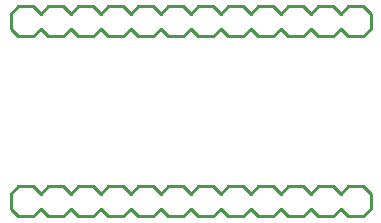
<source format=gbo>
G04 Layer: BottomSilkscreenLayer*
G04 EasyEDA v6.5.44, 2024-08-12 22:27:17*
G04 a969c8272e934fc59d291ef219c4aee1,8459dde1cedc4d0a992e2e80de75b1a7,10*
G04 Gerber Generator version 0.2*
G04 Scale: 100 percent, Rotated: No, Reflected: No *
G04 Dimensions in millimeters *
G04 leading zeros omitted , absolute positions ,4 integer and 5 decimal *
%FSLAX45Y45*%
%MOMM*%

%ADD10C,0.2540*%

%LPD*%
D10*
X4079496Y-1930400D02*
G01*
X4142996Y-1866900D01*
X4206496Y-1930400D01*
X4333496Y-1930400D01*
X4396996Y-1866900D01*
X4460496Y-1930400D01*
X4587496Y-1930400D01*
X4650996Y-1866900D01*
X4650996Y-1739900D01*
X4587496Y-1676400D01*
X4460496Y-1676400D01*
X4396996Y-1739900D01*
X4333496Y-1676400D01*
X4206496Y-1676400D01*
X4142996Y-1739900D01*
X4079496Y-1676400D01*
X3952496Y-1676400D01*
X3888996Y-1739900D01*
X3825496Y-1676400D01*
X3698496Y-1676400D01*
X3634996Y-1739900D01*
X3571496Y-1676400D01*
X3444496Y-1676400D01*
X3380996Y-1739900D01*
X3317496Y-1676400D01*
X3190496Y-1676400D01*
X3126996Y-1739900D01*
X3063496Y-1676400D01*
X2936496Y-1676400D01*
X2872996Y-1739900D01*
X2809496Y-1676400D01*
X2682496Y-1676400D01*
X2618996Y-1739900D01*
X2555496Y-1676400D01*
X2428496Y-1676400D01*
X2364996Y-1739900D01*
X2301496Y-1676400D01*
X2174496Y-1676400D01*
X2110996Y-1739900D01*
X2047496Y-1676400D01*
X1920496Y-1676400D01*
X1856996Y-1739900D01*
X1793496Y-1676400D01*
X1666496Y-1676400D01*
X1602996Y-1739900D01*
X1602996Y-1866900D01*
X1666496Y-1930400D01*
X1793496Y-1930400D01*
X1856996Y-1866900D01*
X1920496Y-1930400D01*
X2047496Y-1930400D01*
X2110996Y-1866900D01*
X2174496Y-1930400D01*
X2301496Y-1930400D01*
X2364996Y-1866900D01*
X2428496Y-1930400D01*
X2555496Y-1930400D01*
X2618996Y-1866900D01*
X2682496Y-1930400D01*
X2809496Y-1930400D01*
X2872996Y-1866900D01*
X2936496Y-1930400D01*
X3063496Y-1930400D01*
X3126996Y-1866900D01*
X3190496Y-1930400D01*
X3317496Y-1930400D01*
X3380996Y-1866900D01*
X3444496Y-1930400D01*
X3571496Y-1930400D01*
X3634996Y-1866900D01*
X3698496Y-1930400D01*
X3825496Y-1930400D01*
X3888996Y-1866900D01*
X3952496Y-1930400D01*
X4079496Y-1930400D01*
X2174496Y-152400D02*
G01*
X2110996Y-215900D01*
X2047496Y-152400D01*
X1920496Y-152400D01*
X1856996Y-215900D01*
X1793496Y-152400D01*
X1666496Y-152400D01*
X1602996Y-215900D01*
X1602996Y-342900D01*
X1666496Y-406400D01*
X1793496Y-406400D01*
X1856996Y-342900D01*
X1920496Y-406400D01*
X2047496Y-406400D01*
X2110996Y-342900D01*
X2174496Y-406400D01*
X2301496Y-406400D01*
X2364996Y-342900D01*
X2428496Y-406400D01*
X2555496Y-406400D01*
X2618996Y-342900D01*
X2682496Y-406400D01*
X2809496Y-406400D01*
X2872996Y-342900D01*
X2936496Y-406400D01*
X3063496Y-406400D01*
X3126996Y-342900D01*
X3190496Y-406400D01*
X3317496Y-406400D01*
X3380996Y-342900D01*
X3444496Y-406400D01*
X3571496Y-406400D01*
X3634996Y-342900D01*
X3698496Y-406400D01*
X3825496Y-406400D01*
X3888996Y-342900D01*
X3952496Y-406400D01*
X4079496Y-406400D01*
X4142996Y-342900D01*
X4206496Y-406400D01*
X4333496Y-406400D01*
X4396996Y-342900D01*
X4460496Y-406400D01*
X4587496Y-406400D01*
X4650996Y-342900D01*
X4650996Y-215900D01*
X4587496Y-152400D01*
X4460496Y-152400D01*
X4396996Y-215900D01*
X4333496Y-152400D01*
X4206496Y-152400D01*
X4142996Y-215900D01*
X4079496Y-152400D01*
X3952496Y-152400D01*
X3888996Y-215900D01*
X3825496Y-152400D01*
X3698496Y-152400D01*
X3634996Y-215900D01*
X3571496Y-152400D01*
X3444496Y-152400D01*
X3380996Y-215900D01*
X3317496Y-152400D01*
X3190496Y-152400D01*
X3126996Y-215900D01*
X3063496Y-152400D01*
X2936496Y-152400D01*
X2872996Y-215900D01*
X2809496Y-152400D01*
X2682496Y-152400D01*
X2618996Y-215900D01*
X2555496Y-152400D01*
X2428496Y-152400D01*
X2364996Y-215900D01*
X2301496Y-152400D01*
X2174496Y-152400D01*
M02*

</source>
